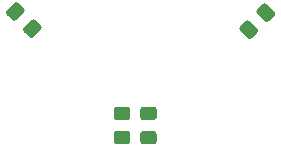
<source format=gbp>
G04 #@! TF.GenerationSoftware,KiCad,Pcbnew,5.1.6-c6e7f7d~87~ubuntu18.04.1*
G04 #@! TF.CreationDate,2020-07-20T20:37:32+02:00*
G04 #@! TF.ProjectId,cat-demo,6361742d-6465-46d6-9f2e-6b696361645f,rev?*
G04 #@! TF.SameCoordinates,Original*
G04 #@! TF.FileFunction,Paste,Bot*
G04 #@! TF.FilePolarity,Positive*
%FSLAX46Y46*%
G04 Gerber Fmt 4.6, Leading zero omitted, Abs format (unit mm)*
G04 Created by KiCad (PCBNEW 5.1.6-c6e7f7d~87~ubuntu18.04.1) date 2020-07-20 20:37:32*
%MOMM*%
%LPD*%
G01*
G04 APERTURE LIST*
G04 APERTURE END LIST*
G36*
G01*
X131859999Y-83765000D02*
X132760001Y-83765000D01*
G75*
G02*
X133010000Y-84014999I0J-249999D01*
G01*
X133010000Y-84665001D01*
G75*
G02*
X132760001Y-84915000I-249999J0D01*
G01*
X131859999Y-84915000D01*
G75*
G02*
X131610000Y-84665001I0J249999D01*
G01*
X131610000Y-84014999D01*
G75*
G02*
X131859999Y-83765000I249999J0D01*
G01*
G37*
G36*
G01*
X131859999Y-81715000D02*
X132760001Y-81715000D01*
G75*
G02*
X133010000Y-81964999I0J-249999D01*
G01*
X133010000Y-82615001D01*
G75*
G02*
X132760001Y-82865000I-249999J0D01*
G01*
X131859999Y-82865000D01*
G75*
G02*
X131610000Y-82615001I0J249999D01*
G01*
X131610000Y-81964999D01*
G75*
G02*
X131859999Y-81715000I249999J0D01*
G01*
G37*
G36*
G01*
X129629999Y-83765000D02*
X130530001Y-83765000D01*
G75*
G02*
X130780000Y-84014999I0J-249999D01*
G01*
X130780000Y-84665001D01*
G75*
G02*
X130530001Y-84915000I-249999J0D01*
G01*
X129629999Y-84915000D01*
G75*
G02*
X129380000Y-84665001I0J249999D01*
G01*
X129380000Y-84014999D01*
G75*
G02*
X129629999Y-83765000I249999J0D01*
G01*
G37*
G36*
G01*
X129629999Y-81715000D02*
X130530001Y-81715000D01*
G75*
G02*
X130780000Y-81964999I0J-249999D01*
G01*
X130780000Y-82615001D01*
G75*
G02*
X130530001Y-82865000I-249999J0D01*
G01*
X129629999Y-82865000D01*
G75*
G02*
X129380000Y-82615001I0J249999D01*
G01*
X129380000Y-81964999D01*
G75*
G02*
X129629999Y-81715000I249999J0D01*
G01*
G37*
G36*
G01*
X140893604Y-74479999D02*
X141530001Y-75116396D01*
G75*
G02*
X141530001Y-75469948I-176776J-176776D01*
G01*
X141070380Y-75929569D01*
G75*
G02*
X140716828Y-75929569I-176776J176776D01*
G01*
X140080431Y-75293172D01*
G75*
G02*
X140080431Y-74939620I176776J176776D01*
G01*
X140540052Y-74479999D01*
G75*
G02*
X140893604Y-74479999I176776J-176776D01*
G01*
G37*
G36*
G01*
X142343172Y-73030431D02*
X142979569Y-73666828D01*
G75*
G02*
X142979569Y-74020380I-176776J-176776D01*
G01*
X142519948Y-74480001D01*
G75*
G02*
X142166396Y-74480001I-176776J176776D01*
G01*
X141529999Y-73843604D01*
G75*
G02*
X141529999Y-73490052I176776J176776D01*
G01*
X141989620Y-73030431D01*
G75*
G02*
X142343172Y-73030431I176776J-176776D01*
G01*
G37*
G36*
G01*
X121764783Y-75021180D02*
X122401180Y-74384783D01*
G75*
G02*
X122754732Y-74384783I176776J-176776D01*
G01*
X123214353Y-74844404D01*
G75*
G02*
X123214353Y-75197956I-176776J-176776D01*
G01*
X122577956Y-75834353D01*
G75*
G02*
X122224404Y-75834353I-176776J176776D01*
G01*
X121764783Y-75374732D01*
G75*
G02*
X121764783Y-75021180I176776J176776D01*
G01*
G37*
G36*
G01*
X120315215Y-73571612D02*
X120951612Y-72935215D01*
G75*
G02*
X121305164Y-72935215I176776J-176776D01*
G01*
X121764785Y-73394836D01*
G75*
G02*
X121764785Y-73748388I-176776J-176776D01*
G01*
X121128388Y-74384785D01*
G75*
G02*
X120774836Y-74384785I-176776J176776D01*
G01*
X120315215Y-73925164D01*
G75*
G02*
X120315215Y-73571612I176776J176776D01*
G01*
G37*
M02*

</source>
